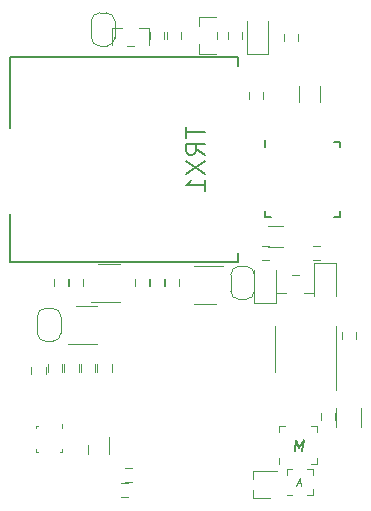
<source format=gbo>
%TF.GenerationSoftware,KiCad,Pcbnew,(5.1.12)-1*%
%TF.CreationDate,2023-02-20T19:38:16+01:00*%
%TF.ProjectId,SolarSensorTagEFM32,536f6c61-7253-4656-9e73-6f7254616745,rev?*%
%TF.SameCoordinates,Original*%
%TF.FileFunction,Legend,Bot*%
%TF.FilePolarity,Positive*%
%FSLAX46Y46*%
G04 Gerber Fmt 4.6, Leading zero omitted, Abs format (unit mm)*
G04 Created by KiCad (PCBNEW (5.1.12)-1) date 2023-02-20 19:38:16*
%MOMM*%
%LPD*%
G01*
G04 APERTURE LIST*
%ADD10C,0.120000*%
%ADD11C,0.150000*%
%ADD12C,0.100000*%
%ADD13C,0.200000*%
%ADD14C,2.200000*%
%ADD15R,0.700000X0.350000*%
%ADD16R,0.350000X0.700000*%
%ADD17R,1.500000X1.200000*%
%ADD18R,0.900000X1.200000*%
%ADD19R,1.400000X1.400000*%
%ADD20C,1.850000*%
%ADD21R,1.400000X1.300000*%
%ADD22R,1.200000X0.800000*%
%ADD23R,1.200000X0.650000*%
%ADD24R,1.200000X0.600000*%
%ADD25R,1.500000X1.500000*%
%ADD26O,1.700000X1.700000*%
%ADD27C,1.700000*%
%ADD28R,1.700000X2.000000*%
%ADD29R,0.800000X0.800000*%
%ADD30R,1.700000X1.700000*%
%ADD31R,1.200000X0.900000*%
%ADD32R,1.500000X1.300000*%
%ADD33R,0.250000X0.275000*%
%ADD34R,0.275000X0.250000*%
%ADD35R,1.400000X1.000000*%
%ADD36R,0.450000X0.300000*%
%ADD37R,0.300000X0.450000*%
%ADD38R,0.700000X0.450000*%
%ADD39R,0.350000X0.375000*%
%ADD40R,0.375000X0.350000*%
G04 APERTURE END LIST*
D10*
X8706142Y-17245000D02*
X8991857Y-17245000D01*
X8627571Y-17416428D02*
X8902571Y-16816428D01*
X9027571Y-17416428D01*
D11*
X8465461Y-14504142D02*
X8577961Y-13604142D01*
X8830937Y-14247000D01*
X9244627Y-13604142D01*
X9132127Y-14504142D01*
%TO.C,IC6*%
X5969000Y5334000D02*
X6477000Y5334000D01*
X12319000Y11684000D02*
X11811000Y11684000D01*
X12319000Y5334000D02*
X11844000Y5334000D01*
X5969000Y11811000D02*
X5969000Y11209000D01*
X12319000Y11684000D02*
X12319000Y11209000D01*
X12319000Y5334000D02*
X12319000Y5809000D01*
X5969000Y5334000D02*
X5969000Y5809000D01*
D10*
%TO.C,D6*%
X6234000Y21928000D02*
X6234000Y19128000D01*
X6234000Y19128000D02*
X4434000Y19128000D01*
X4434000Y19128000D02*
X4434000Y21928000D01*
%TO.C,C13*%
X7591500Y20810500D02*
X7591500Y20210500D01*
X8791500Y20210500D02*
X8791500Y20810500D01*
D11*
%TO.C,TRX1*%
X3650000Y18850000D02*
X-15650000Y18850000D01*
X-15650000Y18850000D02*
X-15650000Y12825000D01*
X-15650000Y5575000D02*
X-15650000Y1550000D01*
X-15650000Y1550000D02*
X3650000Y1550000D01*
X3650000Y1550000D02*
X3650000Y2300000D01*
X3650000Y18100000D02*
X3650000Y18850000D01*
D10*
%TO.C,C12*%
X5807000Y15321000D02*
X5807000Y15921000D01*
X4607000Y15921000D02*
X4607000Y15321000D01*
%TO.C,IC_S3*%
X-7268000Y-13270800D02*
X-7268000Y-14770800D01*
X-8988000Y-14020800D02*
X-8988000Y-14770800D01*
%TO.C,IC4*%
X-8139000Y1356000D02*
X-6339000Y1356000D01*
X-6339000Y-1864000D02*
X-8789000Y-1864000D01*
%TO.C,JP1*%
X-13319000Y-3110000D02*
X-13319000Y-4510000D01*
X-12019000Y-2410000D02*
X-12619000Y-2410000D01*
X-11319000Y-4510000D02*
X-11319000Y-3110000D01*
X-12619000Y-5210000D02*
X-12019000Y-5210000D01*
X-13319000Y-4510000D02*
G75*
G03*
X-12619000Y-5210000I700000J0D01*
G01*
X-12619000Y-2410000D02*
G75*
G03*
X-13319000Y-3110000I0J-700000D01*
G01*
X-11319000Y-3110000D02*
G75*
G03*
X-12019000Y-2410000I-700000J0D01*
G01*
X-12019000Y-5210000D02*
G75*
G03*
X-11319000Y-4510000I0J700000D01*
G01*
%TO.C,JP3*%
X5064000Y-954000D02*
X5064000Y446000D01*
X3764000Y-1654000D02*
X4364000Y-1654000D01*
X3064000Y446000D02*
X3064000Y-954000D01*
X4364000Y1146000D02*
X3764000Y1146000D01*
X5064000Y446000D02*
G75*
G03*
X4364000Y1146000I-700000J0D01*
G01*
X4364000Y-1654000D02*
G75*
G03*
X5064000Y-954000I0J700000D01*
G01*
X3064000Y-954000D02*
G75*
G03*
X3764000Y-1654000I700000J0D01*
G01*
X3764000Y1146000D02*
G75*
G03*
X3064000Y446000I0J-700000D01*
G01*
%TO.C,JP2*%
X-7447000Y22600000D02*
X-8047000Y22600000D01*
X-8747000Y21900000D02*
X-8747000Y20500000D01*
X-8047000Y19800000D02*
X-7447000Y19800000D01*
X-6747000Y20500000D02*
X-6747000Y21900000D01*
X-6747000Y21900000D02*
G75*
G03*
X-7447000Y22600000I-700000J0D01*
G01*
X-7447000Y19800000D02*
G75*
G03*
X-6747000Y20500000I0J700000D01*
G01*
X-8747000Y20500000D02*
G75*
G03*
X-8047000Y19800000I700000J0D01*
G01*
X-8047000Y22600000D02*
G75*
G03*
X-8747000Y21900000I0J-700000D01*
G01*
%TO.C,C_S61_2*%
X11985600Y-10884000D02*
X11985600Y-12484000D01*
X14125600Y-12484000D02*
X14125600Y-10884000D01*
%TO.C,Q1*%
X1917600Y21001000D02*
X1917600Y20401000D01*
X357600Y19121000D02*
X1817600Y19121000D01*
X367600Y22281000D02*
X1817600Y22281000D01*
X367600Y22281000D02*
X367600Y21451000D01*
X357600Y19121000D02*
X357600Y19951000D01*
%TO.C,D2*%
X8209000Y419000D02*
X8809000Y419000D01*
X10089000Y-1141000D02*
X10089000Y319000D01*
X6929000Y-1131000D02*
X6929000Y319000D01*
X6929000Y-1131000D02*
X7759000Y-1131000D01*
X10089000Y-1141000D02*
X9259000Y-1141000D01*
%TO.C,D3*%
X-5135600Y19774000D02*
X-5735600Y19774000D01*
X-7015600Y21334000D02*
X-7015600Y19874000D01*
X-3855600Y21324000D02*
X-3855600Y19874000D01*
X-3855600Y21324000D02*
X-4685600Y21324000D01*
X-7015600Y21334000D02*
X-6185600Y21334000D01*
%TO.C,R14*%
X-1305000Y-554000D02*
X-1305000Y46000D01*
X-2505000Y46000D02*
X-2505000Y-554000D01*
%TO.C,R5*%
X-7020000Y-7767600D02*
X-7020000Y-7167600D01*
X-8220000Y-7167600D02*
X-8220000Y-7767600D01*
%TO.C,R4*%
X-8417000Y-7767600D02*
X-8417000Y-7167600D01*
X-9617000Y-7167600D02*
X-9617000Y-7767600D01*
%TO.C,R9*%
X-2327200Y21001000D02*
X-2327200Y20401000D01*
X-1127200Y20401000D02*
X-1127200Y21001000D01*
%TO.C,R8*%
X4054400Y20401000D02*
X4054400Y21001000D01*
X2854400Y21001000D02*
X2854400Y20401000D01*
%TO.C,R7*%
X-11903000Y46000D02*
X-11903000Y-554000D01*
X-10703000Y-554000D02*
X-10703000Y46000D01*
%TO.C,R6*%
X-10633000Y46000D02*
X-10633000Y-554000D01*
X-9433000Y-554000D02*
X-9433000Y46000D01*
%TO.C,R12*%
X-6269000Y-18380000D02*
X-5669000Y-18380000D01*
X-5669000Y-17180000D02*
X-6269000Y-17180000D01*
%TO.C,R11*%
X-5888000Y-17110000D02*
X-5288000Y-17110000D01*
X-5288000Y-15910000D02*
X-5888000Y-15910000D01*
%TO.C,R10*%
X12481000Y-4399000D02*
X12481000Y-4999000D01*
X13681000Y-4999000D02*
X13681000Y-4399000D01*
%TO.C,R13*%
X-12608000Y-7970800D02*
X-12608000Y-7370800D01*
X-13808000Y-7370800D02*
X-13808000Y-7970800D01*
%TO.C,C_S8*%
X11903000Y-11857000D02*
X11903000Y-11257000D01*
X10703000Y-11257000D02*
X10703000Y-11857000D01*
%TO.C,C11*%
X-2575000Y-554000D02*
X-2575000Y46000D01*
X-3775000Y46000D02*
X-3775000Y-554000D01*
%TO.C,C10*%
X-3845000Y-554000D02*
X-3845000Y46000D01*
X-5045000Y46000D02*
X-5045000Y-554000D01*
%TO.C,C2*%
X-11211000Y-7767600D02*
X-11211000Y-7167600D01*
X-12411000Y-7167600D02*
X-12411000Y-7767600D01*
%TO.C,C1*%
X-9814000Y-7767600D02*
X-9814000Y-7167600D01*
X-11014000Y-7167600D02*
X-11014000Y-7767600D01*
%TO.C,C6*%
X10587000Y2886000D02*
X9987000Y2886000D01*
X9987000Y1686000D02*
X10587000Y1686000D01*
%TO.C,C5*%
X5732500Y1686000D02*
X6332500Y1686000D01*
X6332500Y2886000D02*
X5732500Y2886000D01*
%TO.C,C3*%
X-3749600Y21001000D02*
X-3749600Y20401000D01*
X-2549600Y20401000D02*
X-2549600Y21001000D01*
%TO.C,C7*%
X6258000Y2819400D02*
X7458000Y2819400D01*
X7458000Y4597400D02*
X6258000Y4597400D01*
D12*
%TO.C,IC_S5*%
X-11219000Y-14562000D02*
X-11419000Y-14562000D01*
X-11219000Y-14562000D02*
X-11219000Y-14362000D01*
X-13419000Y-14562000D02*
X-13419000Y-14362000D01*
X-13419000Y-14562000D02*
X-13219000Y-14562000D01*
X-13219000Y-12362000D02*
X-13419000Y-12362000D01*
X-13419000Y-12362000D02*
X-13419000Y-12562000D01*
X-11219000Y-12562000D02*
X-11219000Y-12222000D01*
D10*
%TO.C,IC7*%
X1789000Y-2016400D02*
X-11000Y-2016400D01*
X-11000Y1203600D02*
X2439000Y1203600D01*
%TO.C,IC2*%
X-10044000Y-2200000D02*
X-8244000Y-2200000D01*
X-8244000Y-5420000D02*
X-10694000Y-5420000D01*
%TO.C,Y1*%
X10628600Y15022200D02*
X10628600Y16372200D01*
X8878600Y15022200D02*
X8878600Y16372200D01*
%TO.C,D5*%
X11949000Y1446000D02*
X11949000Y-1354000D01*
X10149000Y1446000D02*
X11949000Y1446000D01*
X10149000Y-1354000D02*
X10149000Y1446000D01*
%TO.C,D1*%
X5069000Y-1954000D02*
X5069000Y846000D01*
X6869000Y-1954000D02*
X5069000Y-1954000D01*
X6869000Y846000D02*
X6869000Y-1954000D01*
D12*
%TO.C,IC_S6*%
X9863000Y-15570000D02*
X10363000Y-15570000D01*
X10363000Y-15570000D02*
X10363000Y-15070000D01*
X10363000Y-12370000D02*
X10363000Y-12870000D01*
X10363000Y-12870000D02*
X10363000Y-12370000D01*
X10363000Y-12370000D02*
X9863000Y-12370000D01*
X7163000Y-12370000D02*
X7663000Y-12370000D01*
X7163000Y-12370000D02*
X7163000Y-12870000D01*
X7163000Y-15570000D02*
X7163000Y-15070000D01*
D10*
%TO.C,D_S78*%
X4985000Y-17822800D02*
X4985000Y-18482800D01*
X4985000Y-16162800D02*
X4985000Y-16822800D01*
X4985000Y-16162800D02*
X7015000Y-16162800D01*
X6395000Y-18482800D02*
X4985000Y-18482800D01*
%TO.C,IC_S7*%
X9490000Y-18245000D02*
X9990000Y-18245000D01*
X9990000Y-18245000D02*
X9990000Y-17745000D01*
X9990000Y-17745000D02*
X9990000Y-17745000D01*
X9990000Y-16545000D02*
X9990000Y-16045000D01*
X9990000Y-16045000D02*
X9490000Y-16045000D01*
X9490000Y-16045000D02*
X9490000Y-16045000D01*
X8290000Y-16045000D02*
X7790000Y-16045000D01*
X7790000Y-16045000D02*
X7790000Y-16545000D01*
X7790000Y-16545000D02*
X7790000Y-16545000D01*
X8290000Y-18245000D02*
X7790000Y-18245000D01*
X7790000Y-18245000D02*
X7790000Y-18245000D01*
%TO.C,IC3*%
X6838000Y-5842000D02*
X6838000Y-3892000D01*
X6838000Y-5842000D02*
X6838000Y-7792000D01*
X11958000Y-5842000D02*
X11958000Y-3892000D01*
X11958000Y-5842000D02*
X11958000Y-9292000D01*
%TO.C,TRX1*%
D11*
X-749190Y12940952D02*
X-749190Y12026666D01*
X850809Y12483809D02*
X-749190Y12483809D01*
X850809Y10579047D02*
X88904Y11112380D01*
X850809Y11493333D02*
X-749190Y11493333D01*
X-749190Y10883809D01*
X-673000Y10731428D01*
X-596809Y10655238D01*
X-444428Y10579047D01*
X-215857Y10579047D01*
X-63476Y10655238D01*
X12714Y10731428D01*
X88904Y10883809D01*
X88904Y11493333D01*
X-749190Y10045714D02*
X850809Y8979047D01*
X-749190Y8979047D02*
X850809Y10045714D01*
X850809Y7531428D02*
X850809Y8445714D01*
X850809Y7988571D02*
X-749190Y7988571D01*
X-520619Y8140952D01*
X-368238Y8293333D01*
X-292047Y8445714D01*
%TD*%
%LPC*%
D13*
X15011161Y14400523D02*
X14594495Y13150523D01*
X14177828Y14400523D01*
X13106400Y13150523D02*
X13820685Y13150523D01*
X13463542Y13150523D02*
X13463542Y14400523D01*
X13582590Y14221952D01*
X13701638Y14102904D01*
X13820685Y14043380D01*
X12570685Y13269571D02*
X12511161Y13210047D01*
X12570685Y13150523D01*
X12630209Y13210047D01*
X12570685Y13269571D01*
X12570685Y13150523D01*
X11737352Y14400523D02*
X11618304Y14400523D01*
X11499257Y14341000D01*
X11439733Y14281476D01*
X11380209Y14162428D01*
X11320685Y13924333D01*
X11320685Y13626714D01*
X11380209Y13388619D01*
X11439733Y13269571D01*
X11499257Y13210047D01*
X11618304Y13150523D01*
X11737352Y13150523D01*
X11856400Y13210047D01*
X11915923Y13269571D01*
X11975447Y13388619D01*
X12034971Y13626714D01*
X12034971Y13924333D01*
X11975447Y14162428D01*
X11915923Y14281476D01*
X11856400Y14341000D01*
X11737352Y14400523D01*
D12*
%TO.C,IC6*%
G36*
X6944000Y6309000D02*
G01*
X6944000Y10709000D01*
X11344000Y10709000D01*
X11344000Y6309000D01*
X6944000Y6309000D01*
G37*
D14*
X8144000Y7869000D03*
D15*
X6144000Y10784000D03*
X6144000Y10134000D03*
X6144000Y9484000D03*
X6144000Y8834000D03*
X6144000Y8184000D03*
X6144000Y7534000D03*
X6144000Y6884000D03*
X6144000Y6234000D03*
D16*
X6869000Y5509000D03*
X7519000Y5509000D03*
X8169000Y5509000D03*
X8819000Y5509000D03*
X9469000Y5509000D03*
X10119000Y5509000D03*
X10769000Y5509000D03*
X11419000Y5509000D03*
D15*
X12144000Y6234000D03*
X12144000Y6884000D03*
X12144000Y7534000D03*
X12144000Y8184000D03*
X12144000Y8834000D03*
X12144000Y9484000D03*
X12144000Y10134000D03*
X12144000Y10784000D03*
D16*
X11419000Y11509000D03*
X10769000Y11509000D03*
X10119000Y11509000D03*
X9469000Y11509000D03*
X8819000Y11509000D03*
X8169000Y11509000D03*
X7519000Y11509000D03*
X6869000Y11509000D03*
%TD*%
D17*
%TO.C,D6*%
X5334000Y19878000D03*
X5334000Y21778000D03*
%TD*%
D18*
%TO.C,C13*%
X8191500Y21610500D03*
X8191500Y19410500D03*
%TD*%
D19*
%TO.C,TRX1*%
X-14800000Y11700000D03*
D20*
X-13500000Y9200000D03*
X-13500000Y6700000D03*
D21*
X3000000Y3200000D03*
X3000000Y5200000D03*
X3000000Y7200000D03*
X3000000Y9200000D03*
X3000000Y11200000D03*
X3000000Y13200000D03*
X3000000Y15200000D03*
X3000000Y17200000D03*
%TD*%
D18*
%TO.C,C12*%
X5207000Y16721000D03*
X5207000Y14521000D03*
%TD*%
%TO.C,IC_S3*%
G36*
G01*
X-8615500Y-14445800D02*
X-8440500Y-14445800D01*
G75*
G02*
X-8353000Y-14533300I0J-87500D01*
G01*
X-8353000Y-14908300D01*
G75*
G02*
X-8440500Y-14995800I-87500J0D01*
G01*
X-8615500Y-14995800D01*
G75*
G02*
X-8703000Y-14908300I0J87500D01*
G01*
X-8703000Y-14533300D01*
G75*
G02*
X-8615500Y-14445800I87500J0D01*
G01*
G37*
G36*
G01*
X-7815500Y-14445800D02*
X-7640500Y-14445800D01*
G75*
G02*
X-7553000Y-14533300I0J-87500D01*
G01*
X-7553000Y-14908300D01*
G75*
G02*
X-7640500Y-14995800I-87500J0D01*
G01*
X-7815500Y-14995800D01*
G75*
G02*
X-7903000Y-14908300I0J87500D01*
G01*
X-7903000Y-14533300D01*
G75*
G02*
X-7815500Y-14445800I87500J0D01*
G01*
G37*
G36*
G01*
X-7815500Y-13045800D02*
X-7640500Y-13045800D01*
G75*
G02*
X-7553000Y-13133300I0J-87500D01*
G01*
X-7553000Y-13508300D01*
G75*
G02*
X-7640500Y-13595800I-87500J0D01*
G01*
X-7815500Y-13595800D01*
G75*
G02*
X-7903000Y-13508300I0J87500D01*
G01*
X-7903000Y-13133300D01*
G75*
G02*
X-7815500Y-13045800I87500J0D01*
G01*
G37*
G36*
G01*
X-8615500Y-13045800D02*
X-8440500Y-13045800D01*
G75*
G02*
X-8353000Y-13133300I0J-87500D01*
G01*
X-8353000Y-13508300D01*
G75*
G02*
X-8440500Y-13595800I-87500J0D01*
G01*
X-8615500Y-13595800D01*
G75*
G02*
X-8703000Y-13508300I0J87500D01*
G01*
X-8703000Y-13133300D01*
G75*
G02*
X-8615500Y-13045800I87500J0D01*
G01*
G37*
%TD*%
D22*
%TO.C,IC4*%
X-5889000Y-1204000D03*
X-5889000Y696000D03*
D23*
X-8589000Y696000D03*
D24*
X-8589000Y-254000D03*
D23*
X-8589000Y-1204000D03*
%TD*%
D25*
%TO.C,D4*%
X-2540000Y-16891000D03*
D26*
X0Y-16891000D03*
X2540000Y-16891000D03*
%TD*%
D27*
%TO.C,J2*%
X-10160000Y-16510000D03*
%TD*%
D12*
%TO.C,JP1*%
G36*
X-11669602Y-4460000D02*
G01*
X-11669602Y-4484534D01*
X-11674412Y-4533365D01*
X-11683984Y-4581490D01*
X-11698228Y-4628445D01*
X-11717005Y-4673778D01*
X-11740136Y-4717051D01*
X-11767396Y-4757850D01*
X-11798524Y-4795779D01*
X-11833221Y-4830476D01*
X-11871150Y-4861604D01*
X-11911949Y-4888864D01*
X-11955222Y-4911995D01*
X-12000555Y-4930772D01*
X-12047510Y-4945016D01*
X-12095635Y-4954588D01*
X-12119000Y-4956890D01*
X-12119000Y-4960000D01*
X-12519000Y-4960000D01*
X-12519000Y-4956890D01*
X-12542365Y-4954588D01*
X-12590490Y-4945016D01*
X-12637445Y-4930772D01*
X-12682778Y-4911995D01*
X-12726051Y-4888864D01*
X-12766850Y-4861604D01*
X-12804779Y-4830476D01*
X-12839476Y-4795779D01*
X-12870604Y-4757850D01*
X-12897864Y-4717051D01*
X-12920995Y-4673778D01*
X-12939772Y-4628445D01*
X-12954016Y-4581490D01*
X-12963588Y-4533365D01*
X-12968398Y-4484534D01*
X-12968398Y-4460000D01*
X-12969000Y-4460000D01*
X-12969000Y-3960000D01*
X-11669000Y-3960000D01*
X-11669000Y-4460000D01*
X-11669602Y-4460000D01*
G37*
G36*
X-12969000Y-3660000D02*
G01*
X-12969000Y-3160000D01*
X-12968398Y-3160000D01*
X-12968398Y-3135466D01*
X-12963588Y-3086635D01*
X-12954016Y-3038510D01*
X-12939772Y-2991555D01*
X-12920995Y-2946222D01*
X-12897864Y-2902949D01*
X-12870604Y-2862150D01*
X-12839476Y-2824221D01*
X-12804779Y-2789524D01*
X-12766850Y-2758396D01*
X-12726051Y-2731136D01*
X-12682778Y-2708005D01*
X-12637445Y-2689228D01*
X-12590490Y-2674984D01*
X-12542365Y-2665412D01*
X-12519000Y-2663110D01*
X-12519000Y-2660000D01*
X-12119000Y-2660000D01*
X-12119000Y-2663110D01*
X-12095635Y-2665412D01*
X-12047510Y-2674984D01*
X-12000555Y-2689228D01*
X-11955222Y-2708005D01*
X-11911949Y-2731136D01*
X-11871150Y-2758396D01*
X-11833221Y-2789524D01*
X-11798524Y-2824221D01*
X-11767396Y-2862150D01*
X-11740136Y-2902949D01*
X-11717005Y-2946222D01*
X-11698228Y-2991555D01*
X-11683984Y-3038510D01*
X-11674412Y-3086635D01*
X-11669602Y-3135466D01*
X-11669602Y-3160000D01*
X-11669000Y-3160000D01*
X-11669000Y-3660000D01*
X-12969000Y-3660000D01*
G37*
%TD*%
%TO.C,JP3*%
G36*
X3414602Y396000D02*
G01*
X3414602Y420534D01*
X3419412Y469365D01*
X3428984Y517490D01*
X3443228Y564445D01*
X3462005Y609778D01*
X3485136Y653051D01*
X3512396Y693850D01*
X3543524Y731779D01*
X3578221Y766476D01*
X3616150Y797604D01*
X3656949Y824864D01*
X3700222Y847995D01*
X3745555Y866772D01*
X3792510Y881016D01*
X3840635Y890588D01*
X3864000Y892890D01*
X3864000Y896000D01*
X4264000Y896000D01*
X4264000Y892890D01*
X4287365Y890588D01*
X4335490Y881016D01*
X4382445Y866772D01*
X4427778Y847995D01*
X4471051Y824864D01*
X4511850Y797604D01*
X4549779Y766476D01*
X4584476Y731779D01*
X4615604Y693850D01*
X4642864Y653051D01*
X4665995Y609778D01*
X4684772Y564445D01*
X4699016Y517490D01*
X4708588Y469365D01*
X4713398Y420534D01*
X4713398Y396000D01*
X4714000Y396000D01*
X4714000Y-104000D01*
X3414000Y-104000D01*
X3414000Y396000D01*
X3414602Y396000D01*
G37*
G36*
X4714000Y-404000D02*
G01*
X4714000Y-904000D01*
X4713398Y-904000D01*
X4713398Y-928534D01*
X4708588Y-977365D01*
X4699016Y-1025490D01*
X4684772Y-1072445D01*
X4665995Y-1117778D01*
X4642864Y-1161051D01*
X4615604Y-1201850D01*
X4584476Y-1239779D01*
X4549779Y-1274476D01*
X4511850Y-1305604D01*
X4471051Y-1332864D01*
X4427778Y-1355995D01*
X4382445Y-1374772D01*
X4335490Y-1389016D01*
X4287365Y-1398588D01*
X4264000Y-1400890D01*
X4264000Y-1404000D01*
X3864000Y-1404000D01*
X3864000Y-1400890D01*
X3840635Y-1398588D01*
X3792510Y-1389016D01*
X3745555Y-1374772D01*
X3700222Y-1355995D01*
X3656949Y-1332864D01*
X3616150Y-1305604D01*
X3578221Y-1274476D01*
X3543524Y-1239779D01*
X3512396Y-1201850D01*
X3485136Y-1161051D01*
X3462005Y-1117778D01*
X3443228Y-1072445D01*
X3428984Y-1025490D01*
X3419412Y-977365D01*
X3414602Y-928534D01*
X3414602Y-904000D01*
X3414000Y-904000D01*
X3414000Y-404000D01*
X4714000Y-404000D01*
G37*
%TD*%
%TO.C,JP2*%
G36*
X-8396398Y21850000D02*
G01*
X-8396398Y21874534D01*
X-8391588Y21923365D01*
X-8382016Y21971490D01*
X-8367772Y22018445D01*
X-8348995Y22063778D01*
X-8325864Y22107051D01*
X-8298604Y22147850D01*
X-8267476Y22185779D01*
X-8232779Y22220476D01*
X-8194850Y22251604D01*
X-8154051Y22278864D01*
X-8110778Y22301995D01*
X-8065445Y22320772D01*
X-8018490Y22335016D01*
X-7970365Y22344588D01*
X-7947000Y22346890D01*
X-7947000Y22350000D01*
X-7547000Y22350000D01*
X-7547000Y22346890D01*
X-7523635Y22344588D01*
X-7475510Y22335016D01*
X-7428555Y22320772D01*
X-7383222Y22301995D01*
X-7339949Y22278864D01*
X-7299150Y22251604D01*
X-7261221Y22220476D01*
X-7226524Y22185779D01*
X-7195396Y22147850D01*
X-7168136Y22107051D01*
X-7145005Y22063778D01*
X-7126228Y22018445D01*
X-7111984Y21971490D01*
X-7102412Y21923365D01*
X-7097602Y21874534D01*
X-7097602Y21850000D01*
X-7097000Y21850000D01*
X-7097000Y21350000D01*
X-8397000Y21350000D01*
X-8397000Y21850000D01*
X-8396398Y21850000D01*
G37*
G36*
X-7097000Y21050000D02*
G01*
X-7097000Y20550000D01*
X-7097602Y20550000D01*
X-7097602Y20525466D01*
X-7102412Y20476635D01*
X-7111984Y20428510D01*
X-7126228Y20381555D01*
X-7145005Y20336222D01*
X-7168136Y20292949D01*
X-7195396Y20252150D01*
X-7226524Y20214221D01*
X-7261221Y20179524D01*
X-7299150Y20148396D01*
X-7339949Y20121136D01*
X-7383222Y20098005D01*
X-7428555Y20079228D01*
X-7475510Y20064984D01*
X-7523635Y20055412D01*
X-7547000Y20053110D01*
X-7547000Y20050000D01*
X-7947000Y20050000D01*
X-7947000Y20053110D01*
X-7970365Y20055412D01*
X-8018490Y20064984D01*
X-8065445Y20079228D01*
X-8110778Y20098005D01*
X-8154051Y20121136D01*
X-8194850Y20148396D01*
X-8232779Y20179524D01*
X-8267476Y20214221D01*
X-8298604Y20252150D01*
X-8325864Y20292949D01*
X-8348995Y20336222D01*
X-8367772Y20381555D01*
X-8382016Y20428510D01*
X-8391588Y20476635D01*
X-8396398Y20525466D01*
X-8396398Y20550000D01*
X-8397000Y20550000D01*
X-8397000Y21050000D01*
X-7097000Y21050000D01*
G37*
%TD*%
D28*
%TO.C,C_S61_2*%
X13055600Y-9684000D03*
X13055600Y-13684000D03*
%TD*%
D29*
%TO.C,Q1*%
X117600Y20701000D03*
X2117600Y19751000D03*
X2117600Y21651000D03*
%TD*%
%TO.C,D2*%
X8509000Y-1381000D03*
X9459000Y619000D03*
X7559000Y619000D03*
%TD*%
%TO.C,D3*%
X-5435600Y21574000D03*
X-6385600Y19574000D03*
X-4485600Y19574000D03*
%TD*%
D30*
%TO.C,J1*%
X-15240000Y-3810000D03*
D26*
X-15240000Y-6350000D03*
X-15240000Y-8890000D03*
X-15240000Y-11430000D03*
X-15240000Y-13970000D03*
%TD*%
D30*
%TO.C,J5*%
X15240000Y-3810000D03*
D26*
X15240000Y-6350000D03*
X15240000Y-8890000D03*
X15240000Y-11430000D03*
X15240000Y-13970000D03*
%TD*%
D18*
%TO.C,R14*%
X-1905000Y846000D03*
X-1905000Y-1354000D03*
%TD*%
%TO.C,R5*%
X-7620000Y-6367600D03*
X-7620000Y-8567600D03*
%TD*%
%TO.C,R4*%
X-9017000Y-6367600D03*
X-9017000Y-8567600D03*
%TD*%
%TO.C,R9*%
X-1727200Y19601000D03*
X-1727200Y21801000D03*
%TD*%
%TO.C,R8*%
X3454400Y21801000D03*
X3454400Y19601000D03*
%TD*%
%TO.C,R7*%
X-11303000Y-1354000D03*
X-11303000Y846000D03*
%TD*%
%TO.C,R6*%
X-10033000Y-1354000D03*
X-10033000Y846000D03*
%TD*%
D31*
%TO.C,R12*%
X-4869000Y-17780000D03*
X-7069000Y-17780000D03*
%TD*%
%TO.C,R11*%
X-4488000Y-16510000D03*
X-6688000Y-16510000D03*
%TD*%
D18*
%TO.C,R10*%
X13081000Y-5799000D03*
X13081000Y-3599000D03*
%TD*%
%TO.C,R13*%
X-13208000Y-6570800D03*
X-13208000Y-8770800D03*
%TD*%
%TO.C,C_S8*%
X11303000Y-10457000D03*
X11303000Y-12657000D03*
%TD*%
%TO.C,C11*%
X-3175000Y846000D03*
X-3175000Y-1354000D03*
%TD*%
%TO.C,C10*%
X-4445000Y846000D03*
X-4445000Y-1354000D03*
%TD*%
%TO.C,C2*%
X-11811000Y-6367600D03*
X-11811000Y-8567600D03*
%TD*%
%TO.C,C1*%
X-10414000Y-6367600D03*
X-10414000Y-8567600D03*
%TD*%
D31*
%TO.C,C6*%
X9187000Y2286000D03*
X11387000Y2286000D03*
%TD*%
%TO.C,C5*%
X7132500Y2286000D03*
X4932500Y2286000D03*
%TD*%
D18*
%TO.C,C3*%
X-3149600Y19601000D03*
X-3149600Y21801000D03*
%TD*%
D32*
%TO.C,C7*%
X8208000Y3708400D03*
X5508000Y3708400D03*
%TD*%
D33*
%TO.C,IC_S5*%
X-12319000Y-12700000D03*
X-12819000Y-12700000D03*
D34*
X-13081500Y-13208000D03*
X-13081500Y-13712000D03*
D33*
X-12819000Y-14224000D03*
X-12319000Y-14224000D03*
X-11819000Y-14224500D03*
D34*
X-11556500Y-13712000D03*
D33*
X-11819000Y-12699500D03*
D34*
X-11556500Y-13212000D03*
%TD*%
D22*
%TO.C,IC7*%
X-461000Y543600D03*
X-461000Y-1356400D03*
D23*
X2239000Y-1356400D03*
D24*
X2239000Y-406400D03*
D23*
X2239000Y543600D03*
%TD*%
D22*
%TO.C,IC2*%
X-7794000Y-4760000D03*
X-7794000Y-2860000D03*
D23*
X-10494000Y-2860000D03*
D24*
X-10494000Y-3810000D03*
D23*
X-10494000Y-4760000D03*
%TD*%
D35*
%TO.C,Y1*%
X9753600Y17197200D03*
X9753600Y14197200D03*
%TD*%
D17*
%TO.C,D5*%
X11049000Y696000D03*
X11049000Y-1204000D03*
%TD*%
%TO.C,D1*%
X5969000Y-1204000D03*
X5969000Y696000D03*
%TD*%
D36*
%TO.C,IC_S6*%
X10038000Y-13720000D03*
X10038000Y-14220000D03*
X10038000Y-14720000D03*
X10038000Y-13220000D03*
D37*
X8013000Y-12695000D03*
X9013000Y-12695000D03*
X8513000Y-12695000D03*
X9513000Y-12695000D03*
D36*
X7488000Y-13220000D03*
X7488000Y-13720000D03*
X7488000Y-14220000D03*
X7488000Y-14720000D03*
D37*
X9013000Y-15245000D03*
X8513000Y-15245000D03*
X8013000Y-15245000D03*
X9513000Y-15245000D03*
%TD*%
D38*
%TO.C,D_S78*%
X4715000Y-17322800D03*
X6715000Y-17972800D03*
X6715000Y-16672800D03*
%TD*%
D39*
%TO.C,IC_S7*%
X8640000Y-17907500D03*
X9140000Y-17907500D03*
X9140000Y-16382500D03*
X8640000Y-16382500D03*
D40*
X9652500Y-17895000D03*
X8127500Y-17895000D03*
X9652500Y-16395000D03*
X8127500Y-16395000D03*
X9652500Y-16895000D03*
X9652500Y-17395000D03*
X8127500Y-16895000D03*
X8127500Y-17395000D03*
%TD*%
%TO.C,IC3*%
G36*
G01*
X11453000Y-4342000D02*
X11153000Y-4342000D01*
G75*
G02*
X11003000Y-4192000I0J150000D01*
G01*
X11003000Y-2542000D01*
G75*
G02*
X11153000Y-2392000I150000J0D01*
G01*
X11453000Y-2392000D01*
G75*
G02*
X11603000Y-2542000I0J-150000D01*
G01*
X11603000Y-4192000D01*
G75*
G02*
X11453000Y-4342000I-150000J0D01*
G01*
G37*
G36*
G01*
X10183000Y-4342000D02*
X9883000Y-4342000D01*
G75*
G02*
X9733000Y-4192000I0J150000D01*
G01*
X9733000Y-2542000D01*
G75*
G02*
X9883000Y-2392000I150000J0D01*
G01*
X10183000Y-2392000D01*
G75*
G02*
X10333000Y-2542000I0J-150000D01*
G01*
X10333000Y-4192000D01*
G75*
G02*
X10183000Y-4342000I-150000J0D01*
G01*
G37*
G36*
G01*
X8913000Y-4342000D02*
X8613000Y-4342000D01*
G75*
G02*
X8463000Y-4192000I0J150000D01*
G01*
X8463000Y-2542000D01*
G75*
G02*
X8613000Y-2392000I150000J0D01*
G01*
X8913000Y-2392000D01*
G75*
G02*
X9063000Y-2542000I0J-150000D01*
G01*
X9063000Y-4192000D01*
G75*
G02*
X8913000Y-4342000I-150000J0D01*
G01*
G37*
G36*
G01*
X7643000Y-4342000D02*
X7343000Y-4342000D01*
G75*
G02*
X7193000Y-4192000I0J150000D01*
G01*
X7193000Y-2542000D01*
G75*
G02*
X7343000Y-2392000I150000J0D01*
G01*
X7643000Y-2392000D01*
G75*
G02*
X7793000Y-2542000I0J-150000D01*
G01*
X7793000Y-4192000D01*
G75*
G02*
X7643000Y-4342000I-150000J0D01*
G01*
G37*
G36*
G01*
X7643000Y-9292000D02*
X7343000Y-9292000D01*
G75*
G02*
X7193000Y-9142000I0J150000D01*
G01*
X7193000Y-7492000D01*
G75*
G02*
X7343000Y-7342000I150000J0D01*
G01*
X7643000Y-7342000D01*
G75*
G02*
X7793000Y-7492000I0J-150000D01*
G01*
X7793000Y-9142000D01*
G75*
G02*
X7643000Y-9292000I-150000J0D01*
G01*
G37*
G36*
G01*
X8913000Y-9292000D02*
X8613000Y-9292000D01*
G75*
G02*
X8463000Y-9142000I0J150000D01*
G01*
X8463000Y-7492000D01*
G75*
G02*
X8613000Y-7342000I150000J0D01*
G01*
X8913000Y-7342000D01*
G75*
G02*
X9063000Y-7492000I0J-150000D01*
G01*
X9063000Y-9142000D01*
G75*
G02*
X8913000Y-9292000I-150000J0D01*
G01*
G37*
G36*
G01*
X10183000Y-9292000D02*
X9883000Y-9292000D01*
G75*
G02*
X9733000Y-9142000I0J150000D01*
G01*
X9733000Y-7492000D01*
G75*
G02*
X9883000Y-7342000I150000J0D01*
G01*
X10183000Y-7342000D01*
G75*
G02*
X10333000Y-7492000I0J-150000D01*
G01*
X10333000Y-9142000D01*
G75*
G02*
X10183000Y-9292000I-150000J0D01*
G01*
G37*
G36*
G01*
X11453000Y-9292000D02*
X11153000Y-9292000D01*
G75*
G02*
X11003000Y-9142000I0J150000D01*
G01*
X11003000Y-7492000D01*
G75*
G02*
X11153000Y-7342000I150000J0D01*
G01*
X11453000Y-7342000D01*
G75*
G02*
X11603000Y-7492000I0J-150000D01*
G01*
X11603000Y-9142000D01*
G75*
G02*
X11453000Y-9292000I-150000J0D01*
G01*
G37*
%TD*%
M02*

</source>
